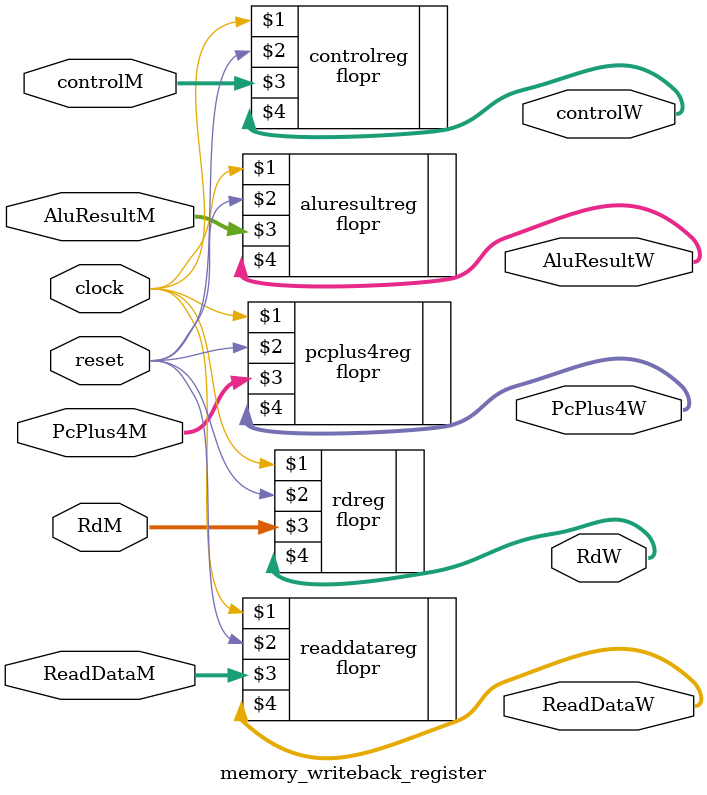
<source format=sv>
module memory_writeback_register (input logic clock, reset,
                                   input logic [2:0] controlM,
                                   input logic [31:0] AluResultM, ReadDataM,
                                   input logic [31:0] PcPlus4M,
                                   input logic [4:0]  RdM,
                                   output logic [2:0] controlW,
                                   output logic [31:0] AluResultW, ReadDataW,
                                   output logic [31:0] PcPlus4W,
                                   output logic [4:0]  RdW);

  flopr #(3) controlreg(clock, reset, controlM, controlW);
  flopr #(32) aluresultreg(clock, reset, AluResultM, AluResultW);
  flopr #(32) readdatareg(clock, reset, ReadDataM, ReadDataW);
  flopr #(32) pcplus4reg(clock, reset, PcPlus4M, PcPlus4W);
  flopr #(5) rdreg(clock, reset, RdM, RdW);
endmodule
</source>
